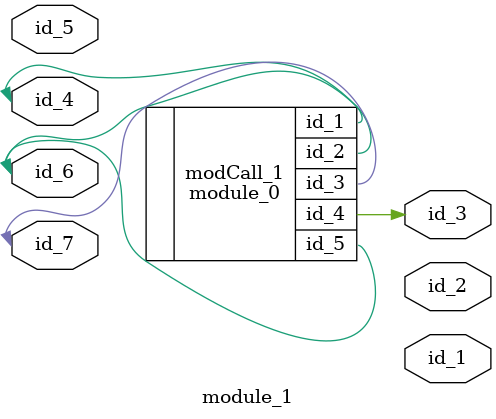
<source format=v>
module module_0 (
    id_1,
    id_2,
    id_3,
    id_4,
    id_5
);
  inout wire id_5;
  output wire id_4;
  output wire id_3;
  inout wire id_2;
  inout wire id_1;
  localparam id_6 = 1;
endmodule
module module_1 (
    id_1,
    id_2,
    id_3,
    id_4,
    id_5,
    id_6,
    id_7
);
  inout wire id_7;
  inout wire id_6;
  module_0 modCall_1 (
      id_4,
      id_6,
      id_7,
      id_3,
      id_6
  );
  input wire id_5;
  inout wire id_4;
  output wire id_3;
  output wire id_2;
  output wire id_1;
  parameter id_8 = 1;
endmodule

</source>
